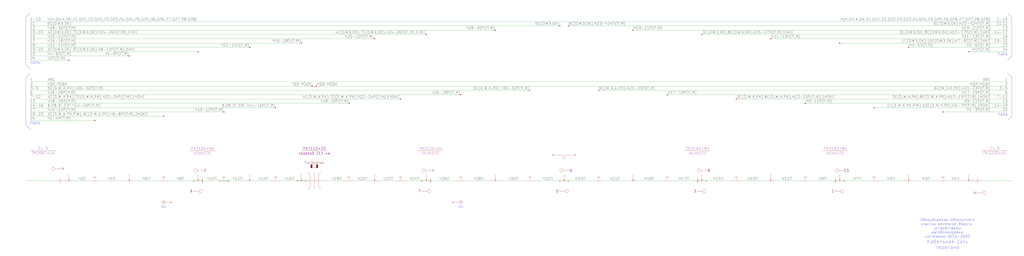
<source format=kicad_sch>
(kicad_sch (version 20231120) (generator "eeschema") (generator_version "8.0")
  (paper "User" 1189 297)
  (title_block (company "МКТ АТ-351") (comment 1 "КП 27.02.03.03.000 ГЧ") (comment 2 "Сафранович") (comment 3 "Бузунова"))
  (lib_symbols
    (symbol "SCB:Генератор_Нитки"
      (symbol "Генератор_Нитки_0_1"
        (polyline (pts (xy 0 0) (xy -0.5 -2)))
        (polyline (pts (xy 0 0) (xy 0 -7.5)))
        (polyline (pts (xy 0 0) (xy 0.5 -2)))
        (polyline (pts (xy 5 0) (xy -5 0)))
      )
      (symbol "Генератор_Нитки_1_1"
        (pin unspecified line (at -5 0 0) (length 0) (name "") (number ""))
        (pin unspecified line (at 5 0 180) (length 0) (name "") (number ""))
      )
    )
    (symbol "SCB:Деление_перегона"
      (symbol "Деление_перегона_0_1"
        (polyline (pts (xy -14 5) (xy -12 4.5)))
        (polyline (pts (xy -14 5) (xy -12 5.5)))
        (polyline (pts (xy 14 5) (xy 12 4.5)))
        (polyline (pts (xy 14 5) (xy 12 5.5)))
        (polyline (pts (xy -1 0) (xy -1 5) (xy -14 5)))
        (polyline (pts (xy 1 0) (xy 1 5) (xy 14 5)))
      )
    )
    (symbol "SCB:Изостык" (pin_numbers hide) (pin_names (offset 0) hide)
      (symbol "Изостык_0_1"
        (polyline (pts (xy -1 -2) (xy 1 -2)))
        (polyline (pts (xy 0 -2) (xy 0 2)))
        (polyline (pts (xy 1 2) (xy -1 2)))
      )
      (symbol "Изостык_1_1"
        (unit_name "Одиночный")
        (pin unspecified line (at 0 0 90) (length 0) (name "привязка") (number ""))
      )
      (symbol "Изостык_2_1"
        (unit_name "Со светофором")
        (polyline (pts (xy -5 0) (xy 5 0)))
        (pin passive line (at 0 2 270) (length 0) (name "") (number ""))
        (pin unspecified line (at 5 0 180) (length 0) (name "") (number ""))
        (pin unspecified line (at -5 0 0) (length 0) (name "привязка") (number ""))
      )
    )
    (symbol "SCB:Муфта_Нитки"
      (symbol "Муфта_Нитки_1_1"
        (unit_name "Граница")
        (circle (center 0 0) (radius 0.5) (fill (type outline)))
        (pin bidirectional line (at 0.5 0 180) (length 0) (name "") (number ""))
      )
      (symbol "Муфта_Нитки_2_1"
        (unit_name "Вывод")
        (circle (center -2.5 0) (radius 0.5) (fill (type outline)))
        (polyline (pts (xy -2.5 0) (xy 2.5 0)))
        (polyline (pts (xy 0 0) (xy 0 -2)))
        (circle (center 2.5 0) (radius 0.5) (fill (type outline)))
        (pin bidirectional line (at -3 0 0) (length 0) (name "") (number ""))
        (pin bidirectional line (at 3 0 180) (length 0) (name "") (number ""))
      )
    )
    (symbol "SCB:Переезд_Нитки"
      (property "Объект" "переезд ? км" (at 0 32 0))
      (property "Пикет" "ПК0000+00" (at 0 37.5 0))
      (symbol "Переезд_Нитки_0_1"
        (rectangle (start -4 19) (end 4 15))
        (polyline (pts (xy 0 10) (xy 0 -10)))
      )
      (symbol "Переезд_Нитки_1_1"
        (unit_name "Граница")
        (rectangle (start -4 19) (end -2.5 15) (fill (type outline)))
        (polyline (pts (xy -15 35) (xy 15 35)))
        (polyline (pts (xy 10 0) (xy -10 0)))
        (polyline (pts (xy -7.5 -10) (xy -5 -7.5) (xy -5 7.5) (xy -7.5 10)))
        (polyline (pts (xy 7.5 -10) (xy 5 -7.5) (xy 5 7.5) (xy 7.5 10)))
        (rectangle (start 2.5 19) (end 4 15) (fill (type outline)))
        (text "Р.Ш.ПЕРЕЕЗДА" (at 0 21 0) (effects (font (size 2 2))))
        (pin unspecified line (at -10 0 0) (length 0) (name "") (number ""))
        (pin unspecified line (at 10 0 180) (length 0) (name "") (number ""))
      )
    )
    (symbol "SCB:Пикет"
      (property "Пикет" "ПК0000+00" (at 0 2.5 0))
      (property "Объект" "Ч" (at 0 -3 0))
      (symbol "Пикет_0_1"
        (polyline (pts (xy -15 0) (xy 15 0)))
      )
    )
    (symbol "SCB:Приближение"
      (property "Направление" "Н" (at 0 0 0))
      (symbol "Приближение_0_1"
        (polyline (pts (xy 2 0) (xy 10 0)))
        (polyline (pts (xy 10 0) (xy 8 -0.5)))
        (polyline (pts (xy 10 0) (xy 8 0.5)))
        (circle (center 0 0) (radius 2))
      )
    )
    (symbol "SCB:Приемник_Нитки"
      (symbol "Приемник_Нитки_0_1"
        (polyline (pts (xy -5 0) (xy 5 0)))
        (polyline (pts (xy 0 -1.5) (xy 0 -6.5)))
        (polyline (pts (xy 2.5 -4) (xy -2.5 -4)))
      )
      (symbol "Приемник_Нитки_1_1"
        (pin unspecified line (at -5 0 0) (length 0) (name "") (number ""))
        (pin unspecified line (at 5 0 180) (length 0) (name "") (number ""))
      )
    )
    (symbol "SCB:Светофор" (pin_numbers hide) (pin_names (offset 0) hide)
      (property "Литера" "?" (at 3 12 0))
      (symbol "Светофор_0_1"
        (circle (center -8 12) (radius 2))
        (polyline (pts (xy 0 11) (xy 0 13)))
        (polyline (pts (xy 0 12) (xy -6 12)))
      )
      (symbol "Светофор_1_1"
        (pin unspecified line (at 0 0 90) (length 0) (name "привязка") (number ""))
      )
    )
    (symbol "SCB:УКСПС" (pin_numbers hide) (pin_names (offset 0) hide)
      (property "Литера" "?УКСПС" (at 0 6 0))
      (symbol "УКСПС_0_1"
        (polyline (pts (xy 0 -2) (xy 0 2)))
      )
      (symbol "УКСПС_1_1"
        (unit_name "Без направления")
        (circle (center 0 -2) (radius 0.25) (fill (type outline)))
        (circle (center 0 2) (radius 0.25) (fill (type outline)))
        (pin unspecified line (at 0 0 90) (length 0) (name "привязка") (number ""))
      )
      (symbol "УКСПС_2_1"
        (unit_name "С направлением")
        (circle (center 0 -2) (radius 0.25) (fill (type outline)))
        (polyline (pts (xy -1.5 2.5) (xy -5.5 2.5)))
        (polyline (pts (xy -5.5 2.5) (xy -4 3) (xy -4 2) (xy -5.5 2.5)) (fill (type outline)))
        (circle (center 0 2) (radius 0.25) (fill (type outline)))
        (pin unspecified line (at 0 0 90) (length 0) (name "привязка") (number ""))
      )
    )
  )
  (junction (at 235 210))
  (junction (at 650 210))
  (junction (at 500 210))
  (junction (at 345 210))
  (junction (at 362 100))
  (junction (at 980 210))
  (junction (at 970 210))
  (junction (at 255 210))
  (junction (at 490 210))
  (junction (at 265 210))
  (junction (at 225 210))
  (junction (at 810 210))
  (junction (at 355 210))
  (junction (at 820 210))
  (junction (at 660 210))
  (wire (pts (xy 970 210) (xy 940 210)))
  (polyline (pts (xy 30 145) (xy 30 90)))
  (wire (pts (xy 149.5 65) (xy 35 65)))
  (wire (pts (xy 295 210) (xy 315 210)))
  (wire (pts (xy 1170 50) (xy 975.5 50)))
  (wire (pts (xy 35 30) (xy 649.5 30)))
  (polyline (pts (xy 1170 15) (xy 1175 20)))
  (wire (pts (xy 35 100) (xy 362 100)))
  (wire (pts (xy 735.5 35) (xy 1170 35)))
  (polyline (pts (xy 1170 85) (xy 1175 90)))
  (wire (pts (xy 35 35) (xy 574.5 35)))
  (polyline (pts (xy 1170 140) (xy 1175 135)))
  (wire (pts (xy 35 45) (xy 434.5 45)))
  (wire (pts (xy 35 40) (xy 494.5 40)))
  (polyline (pts (xy 1170 70) (xy 1175 65)))
  (wire (pts (xy 890 210) (xy 860 210)))
  (polyline (pts (xy 1175 65) (xy 1175 20)))
  (wire (pts (xy 35 55) (xy 289.5 55)))
  (wire (pts (xy 1010 210) (xy 980 210)))
  (wire (pts (xy 35 50) (xy 349.5 50)))
  (wire (pts (xy 1125.5 60) (xy 1170 60)))
  (polyline (pts (xy 1175 135) (xy 1175 90)))
  (wire (pts (xy 345 210) (xy 355 210)))
  (wire (pts (xy 1090 210) (xy 1060 210)))
  (polyline (pts (xy 30 20) (xy 35 15)))
  (wire (pts (xy 79.5 70) (xy 35 70)))
  (wire (pts (xy 500 210) (xy 530 210)))
  (wire (pts (xy 35 140) (xy 109.5 140)))
  (wire (pts (xy 325 210) (xy 345 210)))
  (polyline (pts (xy 35 150) (xy 30 145)))
  (wire (pts (xy 730 210) (xy 700 210)))
  (wire (pts (xy 775.5 110) (xy 1170 110)))
  (wire (pts (xy 368 100) (xy 1170 100)))
  (wire (pts (xy 1140 210) (xy 1175 210)))
  (wire (pts (xy 1120 210) (xy 1100 210)))
  (wire (pts (xy 375 210) (xy 400 210)))
  (wire (pts (xy 1095.5 130) (xy 1170 130)))
  (wire (pts (xy 695.5 105) (xy 1170 105)))
  (wire (pts (xy 255 210) (xy 265 210)))
  (wire (pts (xy 930 210) (xy 900 210)))
  (wire (pts (xy 235 210) (xy 255 210)))
  (wire (pts (xy 35 110) (xy 534.5 110)))
  (wire (pts (xy 540 210) (xy 570 210)))
  (wire (pts (xy 35 135) (xy 189.5 135)))
  (wire (pts (xy 155 210) (xy 185 210)))
  (wire (pts (xy 85 210) (xy 105 210)))
  (wire (pts (xy 580 210) (xy 610 210)))
  (wire (pts (xy 35 60) (xy 229.5 60)))
  (wire (pts (xy 35 120) (xy 405 120)))
  (wire (pts (xy 35 130) (xy 259.5 130)))
  (wire (pts (xy 30 210) (xy 65 210)))
  (wire (pts (xy 660.5 30) (xy 1170 30)))
  (wire (pts (xy 815.5 40) (xy 1170 40)))
  (wire (pts (xy 115 210) (xy 145 210)))
  (wire (pts (xy 770 210) (xy 740 210)))
  (wire (pts (xy 620 210) (xy 650 210)))
  (wire (pts (xy 35 105) (xy 614.5 105)))
  (wire (pts (xy 1055.5 55) (xy 1170 55)))
  (wire (pts (xy 1050 210) (xy 1020 210)))
  (wire (pts (xy 1015.5 125) (xy 1170 125)))
  (wire (pts (xy 464.5 115) (xy 35 115)))
  (wire (pts (xy 850 210) (xy 820 210)))
  (wire (pts (xy 935.5 120) (xy 1170 120)))
  (wire (pts (xy 362 100) (xy 362.5 100)))
  (wire (pts (xy 35 95) (xy 1170 95)))
  (wire (pts (xy 690 210) (xy 660 210)))
  (wire (pts (xy 440 210) (xy 460 210)))
  (wire (pts (xy 855.5 115) (xy 1170 115)))
  (wire (pts (xy 195 210) (xy 225 210)))
  (polyline (pts (xy 35 80) (xy 30 75)))
  (wire (pts (xy 265 210) (xy 285 210)))
  (wire (pts (xy 410 210) (xy 430 210)))
  (wire (pts (xy 470 210) (xy 490 210)))
  (polyline (pts (xy 30 90) (xy 35 85)))
  (wire (pts (xy 35 125) (xy 319.5 125)))
  (polyline (pts (xy 30 75) (xy 30 20)))
  (wire (pts (xy 35 25) (xy 1170 25)))
  (wire (pts (xy 895.5 45) (xy 1170 45)))
  (wire (pts (xy 810 210) (xy 780 210)))
  (text "211" (at 187 241.5 0) (effects (font (size 2 2)) (justify left bottom)))
  (text "ПАРА" (at 35 145 0) (effects (font (size 3 3)) (justify left bottom)))
  (text "Кабельная сеть\nперегона" (at 1100 284 0) (effects (font (size 4 4))))
  (text "ПАРА" (at 1170 65 0) (effects (font (size 3 3)) (justify right bottom)))
  (text "ПАРА" (at 1170 135 0) (effects (font (size 3 3)) (justify right bottom)))
  (text "Оборудование однопутного\nучастка железной дороги \nустройствами\nавтоблокировки\nсистемами АБТЦ-2003" (at 1100 265 0) (effects (font (size 3 3))))
  (text "ПАРА" (at 35 75 0) (effects (font (size 3 3)) (justify left bottom)))
  (text "211" (at 532 241.5 0) (effects (font (size 2 2)) (justify left bottom)))
  (label "18" (at 1170 45 180) (effects (font (size 3 3))))
  (label "5С(ОЖЗ,ОК)" (at 649.5 30 180) (effects (font (size 3 3))))
  (label "Н11-13П(П,М)" (at 1150 45 180) (effects (font (size 3 3))) (property "Netclass" "Кабель" (effects (hide yes))))
  (label "18" (at 35 55 0) (effects (font (size 3 3))))
  (label "Н23П" (at 680 210 180) (effects (font (size 3 3))) (property "Netclass" "Рельсы" (effects (hide yes))))
  (label "Ч8П" (at 205 210 0) (effects (font (size 3 3))) (property "Netclass" "Рельсы" (effects (hide yes))))
  (label "3С(ОЖЗ,ОК),8С(ОЖЗ,ОК),Н15-17П(П,М),1НКС" (at 1150 40 180) (effects (font (size 3 3))) (property "Netclass" "Кабель" (effects (hide yes))))
  (label "Ч28-30П(П,М)" (at 55 35 0) (effects (font (size 3 3))) (property "Netclass" "Кабель" (effects (hide yes))))
  (label "Ч2-4Р(П,М)" (at 55 140 0) (effects (font (size 3 3))) (property "Netclass" "Кабель" (effects (hide yes))))
  (label "ЧДК,ЧОДК" (at 55 100 0) (effects (font (size 3 3))) (property "Netclass" "Линейная цепь" (effects (hide yes))))
  (label "6С(ОЖЗ,ОК),Н23-Ч24П(П,М)" (at 1150 30 180) (effects (font (size 3 3))) (property "Netclass" "Кабель" (effects (hide yes))))
  (label "24" (at 1170 60 180) (effects (font (size 3 3))))
  (label "1-10" (at 1170 25 180) (effects (font (size 3 3))))
  (label "24" (at 35 140 0) (effects (font (size 3 3))))
  (label "АВС" (at 55 95 0) (effects (font (size 3 3))) (property "Netclass" "Линейная цепь" (effects (hide yes))))
  (label "24" (at 35 70 0) (effects (font (size 3 3))))
  (label "Н3П" (at 1080 210 180) (effects (font (size 3 3))) (property "Netclass" "Рельсы" (effects (hide yes))))
  (label "АВС" (at 1150 95 180) (effects (font (size 3 3))))
  (label "14-19" (at 1170 125 180) (effects (font (size 3 3))))
  (label "Ч26-28Р(П,М)" (at 534.5 110 180) (effects (font (size 3 3))))
  (label "Ч2П" (at 91 210 0) (effects (font (size 3 3))) (property "Netclass" "Рельсы" (effects (hide yes))))
  (label "11,12" (at 1170 30 180) (effects (font (size 3 3))))
  (label "Н1П(П,М)" (at 1150 60 180) (effects (font (size 3 3))) (property "Netclass" "Кабель" (effects (hide yes))))
  (label "Н17П" (at 800 210 180) (effects (font (size 3 3))) (property "Netclass" "Рельсы" (effects (hide yes))))
  (label "5С(З,Ж,К,РК),Ч30-32Р(П,М)" (at 55 105 0) (effects (font (size 3 3))) (property "Netclass" "Кабель" (effects (hide yes))))
  (label " " (at 1175 210 180) (effects (font (size 3 3))) (property "Netclass" "Рельсы" (effects (hide yes))))
  (label "3С(3,Ж,К,РК),8С(3,Ж,К,РК),Н13-15Р(П,М),1НОКС" (at 1150 115 180) (effects (font (size 3 3))) (property "Netclass" "Кабель" (effects (hide yes))))
  (label "Н3-5П(П,М)" (at 1150 55 180) (effects (font (size 3 3))) (property "Netclass" "Кабель" (effects (hide yes))))
  (label "6С(Ж,З,К,РК),Н21-23Р(П,М)" (at 1150 105 180) (effects (font (size 3 3))) (property "Netclass" "Кабель" (effects (hide yes))))
  (label "Н1П" (at 1114 210 180) (effects (font (size 3 3))) (property "Netclass" "Рельсы" (effects (hide yes))))
  (label "Ч16-18П(П,М)" (at 349.5 50 180) (effects (font (size 3 3))))
  (label "Ч10-12Р(П,М)" (at 259.5 130 180) (effects (font (size 3 3))))
  (label "16" (at 35 45 0) (effects (font (size 3 3))))
  (label "17" (at 35 130 0) (effects (font (size 3 3))))
  (label "23" (at 35 65 0) (effects (font (size 3 3))))
  (label "5С(З,Ж,К,РК),Ч30-32Р(П,М)" (at 614.5 105 180) (effects (font (size 3 3))))
  (label "Ч6П" (at 165.5 210 0) (effects (font (size 3 3))) (property "Netclass" "Рельсы" (effects (hide yes))))
  (label "Н11-13П(П,М)" (at 895.5 45 0) (effects (font (size 3 3))))
  (label "13" (at 35 120 0) (effects (font (size 3 3))))
  (label "13" (at 1170 35 180) (effects (font (size 3 3))))
  (label "Ч18-20Р(П,М)" (at 405 120 180) (effects (font (size 3 3))))
  (label "Н11П" (at 920 210 180) (effects (font (size 3 3))) (property "Netclass" "Рельсы" (effects (hide yes))))
  (label "1" (at 1170 95 180) (effects (font (size 3 3))))
  (label "Ч14П" (at 300 210 0) (effects (font (size 3 3))) (property "Netclass" "Рельсы" (effects (hide yes))))
  (label "Ч18П" (at 385 210 0) (effects (font (size 3 3))) (property "Netclass" "Рельсы" (effects (hide yes))))
  (label "Ч4-6П(П,М)" (at 149.5 65 180) (effects (font (size 3 3))))
  (label "7-12" (at 35 115 0) (effects (font (size 3 3))))
  (label "Ч20П" (at 415 210 0) (effects (font (size 3 3))) (property "Netclass" "Рельсы" (effects (hide yes))))
  (label "12" (at 35 35 0) (effects (font (size 3 3))))
  (label "Н19-21П(П,М)" (at 735.5 35 0) (effects (font (size 3 3))))
  (label "Н19П" (at 760 210 180) (effects (font (size 3 3))) (property "Netclass" "Рельсы" (effects (hide yes))))
  (label "Ч12П" (at 270 210 0) (effects (font (size 3 3))) (property "Netclass" "Рельсы" (effects (hide yes))))
  (label "13-15" (at 35 40 0) (effects (font (size 3 3))))
  (label "18-23" (at 35 135 0) (effects (font (size 3 3))))
  (label "1-10" (at 35 25 0) (effects (font (size 3 3))))
  (label "3С(3,Ж,К,РК),8С(3,Ж,К,РК),Н13-15Р(П,М),1НОКС" (at 855.5 115 0) (effects (font (size 3 3))))
  (label "3С(ОЖЗ,ОК),8С(ОЖЗ,ОК),Н15-17П(П,М),1НКС" (at 815.5 40 0) (effects (font (size 3 3))))
  (label "В,ОВ,ЗГ,ОЗГ,Ч14-16Р(П,М)" (at 319.5 125 180) (effects (font (size 3 3))))
  (label "1С(З,Ж,К,РК,РЖ),10С(З,Ж,К,РК),Н5-7Р(П,М),2НОКС" (at 1150 125 180) (effects (font (size 3 3))) (property "Netclass" "Кабель" (effects (hide yes))))
  (label "19-22" (at 1170 50 180) (effects (font (size 3 3))))
  (label "Н17-19Р(П,М)" (at 1150 110 180) (effects (font (size 3 3))) (property "Netclass" "Кабель" (effects (hide yes))))
  (label "Ч2П(П,М)" (at 55 70 0) (effects (font (size 3 3))) (property "Netclass" "Кабель" (effects (hide yes))))
  (label "13" (at 1170 120 180) (effects (font (size 3 3))))
  (label "11" (at 35 30 0) (effects (font (size 3 3))))
  (label "4С(3,Ж,К,РК),7С(3,Ж,К,РК),Ч22-24Р(П,М),1ЧОКС" (at 55 115 0) (effects (font (size 3 3))) (property "Netclass" "Кабель" (effects (hide yes))))
  (label "Н21П" (at 720 210 180) (effects (font (size 3 3))) (property "Netclass" "Рельсы" (effects (hide yes))))
  (label "Н3-5П(П,М)" (at 1055.5 55 0) (effects (font (size 3 3))))
  (label "3-5" (at 1170 105 180) (effects (font (size 3 3))))
  (label "Н19-21П(П,М)" (at 1150 35 180) (effects (font (size 3 3))) (property "Netclass" "Кабель" (effects (hide yes))))
  (label "Ч16П" (at 330 210 0) (effects (font (size 3 3))) (property "Netclass" "Рельсы" (effects (hide yes))))
  (label "Ч22П" (at 445 210 0) (effects (font (size 3 3))) (property "Netclass" "Рельсы" (effects (hide yes))))
  (label "1С(ОЖЗ,ОК),10С(ОЖЗ,ОК),Н7-9П(П,М),2НКС" (at 1150 50 180) (effects (font (size 3 3))) (property "Netclass" "Кабель" (effects (hide yes))))
  (label "4С(3,Ж,К,РК),7С(3,Ж,К,РК),Ч22-24Р(П,М),1ЧОКС" (at 464.5 115 180) (effects (font (size 3 3))))
  (label "Ч28-30П(П,М)" (at 574.5 35 180) (effects (font (size 3 3))))
  (label "Н7П" (at 1000 210 180) (effects (font (size 3 3))) (property "Netclass" "Рельсы" (effects (hide yes))))
  (label "НДК,НОДК" (at 368 100 0) (effects (font (size 3 3))) (property "Netclass" "Линейная цепь" (effects (hide yes))))
  (label "6С(ОЖЗ,ОК),Н23-Ч24П(П,М)" (at 660.5 30 0) (effects (font (size 3 3))))
  (label "Ч28П" (at 550 210 0) (effects (font (size 3 3))) (property "Netclass" "Рельсы" (effects (hide yes))))
  (label "Ч16-18П(П,М)" (at 55 50 0) (effects (font (size 3 3))) (property "Netclass" "Кабель" (effects (hide yes))))
  (label "Ч12-14П(П,М)" (at 289.5 55 180) (effects (font (size 3 3))))
  (label "2С(ОЖЗ,ОК),9С(ОЖЗ,ОК),Ч8-10П(П,М),2ЧКС" (at 55 60 0) (effects (font (size 3 3))) (property "Netclass" "Кабель" (effects (hide yes))))
  (label "3-5" (at 35 105 0) (effects (font (size 3 3))))
  (label "Ч26-28Р(П,М)" (at 55 110 0) (effects (font (size 3 3))) (property "Netclass" "Кабель" (effects (hide yes))))
  (label "Ч20-22П(П,М)" (at 55 45 0) (effects (font (size 3 3))) (property "Netclass" "Кабель" (effects (hide yes))))
  (label "6" (at 1170 110 180) (effects (font (size 3 3))))
  (label "ЧДК,ЧОДК" (at 362 100 180) (effects (font (size 3 3))))
  (label "Н17-19Р(П,М)" (at 775.5 110 0) (effects (font (size 3 3))))
  (label "20" (at 1170 130 180) (effects (font (size 3 3))))
  (label "Н9-11Р(П,М)" (at 1150 120 180) (effects (font (size 3 3))) (property "Netclass" "Кабель" (effects (hide yes))))
  (label "Ч26П" (at 510 210 0) (effects (font (size 3 3))) (property "Netclass" "Рельсы" (effects (hide yes))))
  (label "Ч(Н,ОН,К,ОК,Л1,ОЛ1,Л2,ОЛ2,Л3,ОЛ3,Л4,ОЛ4,Л5,ОЛ5,Л6,ОЛ6,Л7,ОЛ7,Л8,ОЛ8)" (at 55 25 0) (effects (font (size 3 3))) (property "Netclass" "Кабель" (effects (hide yes))))
  (label "Ч4П" (at 125 210 0) (effects (font (size 3 3))) (property "Netclass" "Рельсы" (effects (hide yes))))
  (label "7-12" (at 1170 115 180) (effects (font (size 3 3))))
  (label "Ч10П" (at 240 210 0) (effects (font (size 3 3))) (property "Netclass" "Рельсы" (effects (hide yes))))
  (label "14-17" (at 1170 40 180) (effects (font (size 3 3))))
  (label "23" (at 1170 55 180) (effects (font (size 3 3))))
  (label "Ч30П" (at 590 210 0) (effects (font (size 3 3))) (property "Netclass" "Рельсы" (effects (hide yes))))
  (label "НДК,НОДК" (at 1150 100 180) (effects (font (size 3 3))))
  (label "Н13П" (at 880 210 180) (effects (font (size 3 3))) (property "Netclass" "Рельсы" (effects (hide yes))))
  (label "Н15П" (at 840 210 180) (effects (font (size 3 3))) (property "Netclass" "Рельсы" (effects (hide yes))))
  (label "Н9П" (at 960 210 180) (effects (font (size 3 3))) (property "Netclass" "Рельсы" (effects (hide yes))))
  (label "4C(ОЖЗ,ОК),7С(ОЖЗ,ОК),Ч24-26П(П,М),1ЧКС" (at 55 40 0) (effects (font (size 3 3))) (property "Netclass" "Кабель" (effects (hide yes))))
  (label " " (at 30 210 0) (effects (font (size 3 3))) (property "Netclass" "Рельсы" (effects (hide yes))))
  (label "6" (at 35 110 0) (effects (font (size 3 3))))
  (label "Н(Н,ОН,К,ОК,Л1,ОЛ1,Л2,ОЛ2,Л3,ОЛ3,Л4,ОЛ4,Л5,ОЛ5,Л6,ОЛ6,Л7,ОЛ7,Л8,ОЛ8)" (at 1150 25 180) (effects (font (size 3 3))))
  (label "14-16" (at 35 125 0) (effects (font (size 3 3))))
  (label "2С(З,Ж,К,РК,РЖ),9С(З,Ж,К,РК),Ч6-8Р(П,М),2ЧОКС" (at 55 135 0) (effects (font (size 3 3))) (property "Netclass" "Кабель" (effects (hide yes))))
  (label "5С(ОЖЗ,ОК)" (at 55 30 0) (effects (font (size 3 3))) (property "Netclass" "Кабель" (effects (hide yes))))
  (label "Ч10-12Р(П,М)" (at 55 130 0) (effects (font (size 3 3))) (property "Netclass" "Кабель" (effects (hide yes))))
  (label "В,ОВ,ЗГ,ОЗГ,Ч14-16Р(П,М)" (at 55 125 0) (effects (font (size 3 3))) (property "Netclass" "Кабель" (effects (hide yes))))
  (label "Ч24П" (at 475 210 0) (effects (font (size 3 3))) (property "Netclass" "Рельсы" (effects (hide yes))))
  (label "17" (at 35 50 0) (effects (font (size 3 3))))
  (label "19-22" (at 35 60 0) (effects (font (size 3 3))))
  (label "Н9-11Р(П,М)" (at 935.5 120 0) (effects (font (size 3 3))))
  (label "2" (at 35 100 0) (effects (font (size 3 3))))
  (label "Ч20-22П(П,М)" (at 434 45 180) (effects (font (size 3 3))))
  (label "1" (at 35 95 0) (effects (font (size 3 3))))
  (label "Н5П" (at 1039.5 210 180) (effects (font (size 3 3))) (property "Netclass" "Рельсы" (effects (hide yes))))
  (label "Ч32П" (at 630 210 0) (effects (font (size 3 3))) (property "Netclass" "Рельсы" (effects (hide yes))))
  (label "Н1-3Р(П,М)" (at 1150 130 180) (effects (font (size 3 3))) (property "Netclass" "Кабель" (effects (hide yes))))
  (label "2" (at 1170 100 180) (effects (font (size 3 3))))
  (label "4C(ОЖЗ,ОК),7С(ОЖЗ,ОК),Ч24-26П(П,М),1ЧКС" (at 494.5 40 180) (effects (font (size 3 3))))
  (label "6С(Ж,З,К,РК),Н21-23Р(П,М)" (at 695.5 105 0) (effects (font (size 3 3))))
  (label "Ч4-6П(П,М)" (at 55 65 0) (effects (font (size 3 3))) (property "Netclass" "Кабель" (effects (hide yes))))
  (label "Ч12-14П(П,М)" (at 55 55 0) (effects (font (size 3 3))) (property "Netclass" "Кабель" (effects (hide yes))))
  (label "Ч18-20Р(П,М)" (at 55 120 0) (effects (font (size 3 3))) (property "Netclass" "Кабель" (effects (hide yes))))
  (symbol (lib_id "SCB:Муфта_Нитки") (at 190 135 0) (mirror y) (unit 1)
    (property "Reference" "К112" (effects (hide yes)))
  )
  (symbol (lib_id "SCB:Муфта_Нитки") (at 735 35 0) (unit 1)
    (property "Reference" "К1111" (effects (hide yes)))
  )
  (symbol (lib_id "SCB:Муфта_Нитки") (at 405.5 120 0) (mirror y) (unit 1)
    (property "Reference" "К111" (effects (hide yes)))
  )
  (symbol (lib_id "SCB:Светофор") (at 235 210 0) (unit 1)
    (property "Reference" "Светофор1" (effects (hide yes)))
    (property "Литера" "2" (at 238 198 0) (effects (font (size 3 3))))
  )
  (symbol (lib_id "SCB:Генератор_Нитки") (at 495 210 180) (unit 1)
    (property "Reference" "Генератор111111" (effects (hide yes)))
    (property "Value" "~" (at 495 210 0))
  )
  (symbol (lib_id "SCB:Генератор_Нитки") (at 150 210 180) (unit 1)
    (property "Reference" "Генератор11111" (effects (hide yes)))
    (property "Value" "~" (at 150 210 0))
  )
  (symbol (lib_id "SCB:Светофор") (at 70 208 0) (unit 1)
    (property "Reference" "Светофор1" (effects (hide yes)))
    (property "Литера" "Ч" (at 73 196 0) (effects (font (size 3 3))))
  )
  (symbol (lib_id "SCB:Генератор_Нитки") (at 1055 210 180) (unit 1)
    (property "Reference" "Генератор111111" (effects (hide yes)))
    (property "Value" "~" (at 1055 210 0))
  )
  (symbol (lib_id "SCB:Муфта_Нитки") (at 895 45 0) (unit 1)
    (property "Reference" "К112" (effects (hide yes)))
  )
  (symbol (lib_id "SCB:Светофор") (at 810 210 180) (unit 1)
    (property "Reference" "Светофор111" (effects (hide yes)))
    (property "Литера" "3" (at 807 222 0) (effects (font (size 3 3))))
  )
  (symbol (lib_id "SCB:Приемник_Нитки") (at 110 210 180) (unit 1)
    (property "Reference" "Приемник111" (effects (hide yes)))
    (property "Value" "~" (at 110 210 0))
  )
  (symbol (lib_id "SCB:Муфта_Нитки") (at 1095 130 0) (unit 1)
    (property "Reference" "К1" (effects (hide yes)))
  )
  (symbol (lib_id "SCB:Муфта_Нитки") (at 615 105 0) (mirror y) (unit 1)
    (property "Reference" "К1111" (effects (hide yes)))
  )
  (symbol (lib_id "SCB:Изостык") (at 1135 210 180) (unit 2)
    (property "Reference" "И11" (effects (hide yes)))
    (property "Value" "~" (at 1135 210 0))
  )
  (symbol (lib_id "SCB:Муфта_Нитки") (at 465 115 0) (mirror y) (unit 1)
    (property "Reference" "К11211" (effects (hide yes)))
  )
  (symbol (lib_id "SCB:Муфта_Нитки") (at 975 50 0) (unit 1)
    (property "Reference" "К113111" (effects (hide yes)))
  )
  (symbol (lib_id "SCB:Муфта_Нитки") (at 230 60 0) (mirror y) (unit 1)
    (property "Reference" "К1131" (effects (hide yes)))
  )
  (symbol (lib_id "SCB:Пикет") (at 970 175 0) (unit 1)
    (property "Reference" "ПК1" (effects (hide yes)))
    (property "Пикет" "ПК2162+84" (at 970 172.5 0) (effects (font (size 3 3))))
    (property "Объект" "Н2УКСПС" (at 970 178 0) (effects (font (size 3 3))))
  )
  (symbol (lib_id "SCB:Генератор_Нитки") (at 975 210 180) (unit 1)
    (property "Reference" "Генератор111111" (effects (hide yes)))
    (property "Value" "~" (at 975 210 0))
  )
  (symbol (lib_id "SCB:Приближение") (at 535 235 180) (unit 1)
    (property "Reference" "П11" (effects (hide yes)))
    (property "Value" "~" (at 535 235 0))
    (property "Направление" "Ч" (at 535 235 0) (effects (font (size 2 2))))
  )
  (symbol (lib_id "SCB:Генератор_Нитки") (at 435 210 180) (unit 1)
    (property "Reference" "Генератор1111111" (effects (hide yes)))
    (property "Value" "~" (at 435 210 0))
  )
  (symbol (lib_id "SCB:Приемник_Нитки") (at 695 210 180) (unit 1)
    (property "Reference" "Приемник11111" (effects (hide yes)))
    (property "Value" "~" (at 695 210 0))
  )
  (symbol (lib_id "SCB:Генератор_Нитки") (at 815 210 180) (unit 1)
    (property "Reference" "Генератор111111" (effects (hide yes)))
    (property "Value" "~" (at 815 210 0))
  )
  (symbol (lib_id "SCB:Приемник_Нитки") (at 405 210 180) (unit 1)
    (property "Reference" "Приемник11111" (effects (hide yes)))
    (property "Value" "~" (at 405 210 0))
  )
  (symbol (lib_id "SCB:Приемник_Нитки") (at 535 210 180) (unit 1)
    (property "Reference" "Приемник11111" (effects (hide yes)))
    (property "Value" "~" (at 535 210 0))
  )
  (symbol (lib_id "SCB:УКСПС") (at 235 210 0) (unit 1)
    (property "Reference" "УКСПС1" (effects (hide yes)))
    (property "Литера" "?УКСПС" (effects (hide yes)))
  )
  (symbol (lib_id "SCB:Приемник_Нитки") (at 935 210 180) (unit 1)
    (property "Reference" "Приемник11111" (effects (hide yes)))
    (property "Value" "~" (at 935 210 0))
  )
  (symbol (lib_id "SCB:Светофор") (at 650 210 180) (unit 1)
    (property "Reference" "Светофор111" (effects (hide yes)))
    (property "Литера" "5" (at 647 222 0) (effects (font (size 3 3))))
  )
  (symbol (lib_id "SCB:УКСПС") (at 500 210 0) (unit 1)
    (property "Reference" "УКСПС1" (effects (hide yes)))
    (property "Литера" "?УКСПС" (effects (hide yes)))
  )
  (symbol (lib_id "SCB:Пикет") (at 500 175 0) (unit 1)
    (property "Reference" "ПК1" (effects (hide yes)))
    (property "Пикет" "ПК2125+04" (at 500 172.5 0) (effects (font (size 3 3))))
    (property "Объект" "Ч1УКСПС" (at 500 178 0) (effects (font (size 3 3))))
  )
  (symbol (lib_id "SCB:Генератор_Нитки") (at 655 210 180) (unit 1)
    (property "Reference" "Генератор111111" (effects (hide yes)))
    (property "Value" "~" (at 655 210 0))
  )
  (symbol (lib_id "SCB:Приемник_Нитки") (at 615 210 180) (unit 1)
    (property "Reference" "Приемник11111" (effects (hide yes)))
    (property "Value" "~" (at 615 210 0))
  )
  (symbol (lib_id "SCB:Приемник_Нитки") (at 1015 210 180) (unit 1)
    (property "Reference" "Приемник11111" (effects (hide yes)))
    (property "Value" "~" (at 1015 210 0))
  )
  (symbol (lib_id "SCB:Муфта_Нитки") (at 290 55 0) (mirror y) (unit 1)
    (property "Reference" "К1121" (effects (hide yes)))
  )
  (symbol (lib_id "SCB:Светофор") (at 660 210 0) (unit 1)
    (property "Reference" "Светофор111" (effects (hide yes)))
    (property "Литера" "6" (at 663 198 0) (effects (font (size 3 3))))
  )
  (symbol (lib_id "SCB:Муфта_Нитки") (at 535 110 0) (mirror y) (unit 1)
    (property "Reference" "К1111" (effects (hide yes)))
  )
  (symbol (lib_id "SCB:Генератор_Нитки") (at 350 210 180) (unit 1)
    (property "Reference" "Генератор111111" (effects (hide yes)))
    (property "Value" "~" (at 350 210 0))
  )
  (symbol (lib_id "SCB:Приемник_Нитки") (at 465 210 180) (unit 1)
    (property "Reference" "Приемник111111" (effects (hide yes)))
    (property "Value" "~" (at 465 210 0))
  )
  (symbol (lib_id "SCB:Генератор_Нитки") (at 230 210 180) (unit 1)
    (property "Reference" "Генератор11111" (effects (hide yes)))
    (property "Value" "~" (at 230 210 0))
  )
  (symbol (lib_id "SCB:Муфта_Нитки") (at 1125 60 0) (unit 1)
    (property "Reference" "К114" (effects (hide yes)))
  )
  (symbol (lib_id "SCB:Муфта_Нитки") (at 350 50 0) (mirror y) (unit 1)
    (property "Reference" "К11141" (effects (hide yes)))
  )
  (symbol (lib_id "SCB:Приемник_Нитки") (at 1095 210 180) (unit 1)
    (property "Reference" "Приемник11111" (effects (hide yes)))
    (property "Value" "~" (at 1095 210 0))
  )
  (symbol (lib_id "SCB:Светофор") (at 490 210 180) (unit 1)
    (property "Reference" "Светофор11" (effects (hide yes)))
    (property "Литера" "7" (at 487 222 0) (effects (font (size 3 3))))
  )
  (symbol (lib_id "SCB:Светофор") (at 970 210 180) (unit 1)
    (property "Reference" "Светофор12" (effects (hide yes)))
    (property "Литера" "1" (at 967 222 0) (effects (font (size 3 3))))
  )
  (symbol (lib_id "SCB:Приближение") (at 190 235 0) (mirror x) (unit 1)
    (property "Reference" "П11" (effects (hide yes)))
    (property "Value" "~" (at 190 235 0))
    (property "Направление" "Н" (at 190 235 0) (effects (font (size 2 2))))
  )
  (symbol (lib_id "SCB:Приемник_Нитки") (at 260 210 180) (unit 1)
    (property "Reference" "Приемник11111" (effects (hide yes)))
    (property "Value" "~" (at 260 210 0))
  )
  (symbol (lib_id "SCB:Муфта_Нитки") (at 1015 125 0) (unit 1)
    (property "Reference" "К11" (effects (hide yes)))
  )
  (symbol (lib_id "SCB:Приемник_Нитки") (at 775 210 180) (unit 1)
    (property "Reference" "Приемник11111" (effects (hide yes)))
    (property "Value" "~" (at 775 210 0))
  )
  (symbol (lib_id "SCB:Муфта_Нитки") (at 815 40 0) (unit 1)
    (property "Reference" "К1114111" (effects (hide yes)))
  )
  (symbol (lib_id "SCB:Муфта_Нитки") (at 935 120 0) (unit 1)
    (property "Reference" "К11" (effects (hide yes)))
  )
  (symbol (lib_id "SCB:Муфта_Нитки") (at 150 65 0) (mirror y) (unit 1)
    (property "Reference" "К1141" (effects (hide yes)))
  )
  (symbol (lib_id "SCB:Приемник_Нитки") (at 855 210 180) (unit 1)
    (property "Reference" "Приемник11111" (effects (hide yes)))
    (property "Value" "~" (at 855 210 0))
  )
  (symbol (lib_id "SCB:Светофор") (at 500 210 0) (unit 1)
    (property "Reference" "Светофор11" (effects (hide yes)))
    (property "Литера" "4" (at 503 198 0) (effects (font (size 3 3))))
  )
  (symbol (lib_id "SCB:Генератор_Нитки") (at 735 210 180) (unit 1)
    (property "Reference" "Генератор111111" (effects (hide yes)))
    (property "Value" "~" (at 735 210 0))
  )
  (symbol (lib_id "SCB:Изостык") (at 70 210 0) (unit 2)
    (property "Reference" "И1" (effects (hide yes)))
    (property "Value" "~" (at 70 210 0))
  )
  (symbol (lib_id "SCB:Светофор") (at 1135 212 180) (unit 1)
    (property "Reference" "Светофор11" (effects (hide yes)))
    (property "Литера" "Н" (at 1132 224 0) (effects (font (size 3 3))))
  )
  (symbol (lib_id "SCB:Светофор") (at 225 210 180) (unit 1)
    (property "Reference" "Светофор1" (effects (hide yes)))
    (property "Литера" "9" (at 222 222 0) (effects (font (size 3 3))))
  )
  (symbol (lib_id "SCB:Муфта_Нитки") (at 575 35 180) (unit 1)
    (property "Reference" "К1" (effects (hide yes)))
  )
  (symbol (lib_id "SCB:Переезд_Нитки") (at 365 210 0) (unit 1)
    (property "Reference" "П1" (effects (hide yes)))
    (property "Объект" "переезд 211 км" (at 365 178 0) (effects (font (size 3 3))))
    (property "Пикет" "ПК2112+22" (at 365 172.5 0) (effects (font (size 3 3))))
  )
  (symbol (lib_id "SCB:Светофор") (at 820 210 0) (unit 1)
    (property "Reference" "Светофор112" (effects (hide yes)))
    (property "Литера" "8" (at 823 198 0) (effects (font (size 3 3))))
  )
  (symbol (lib_id "SCB:УКСПС") (at 810 210 0) (unit 1)
    (property "Reference" "УКСПС1" (effects (hide yes)))
    (property "Литера" "?УКСПС" (effects (hide yes)))
  )
  (symbol (lib_id "SCB:Муфта_Нитки") (at 1055 55 0) (unit 1)
    (property "Reference" "К113" (effects (hide yes)))
  )
  (symbol (lib_id "SCB:Генератор_Нитки") (at 575 210 180) (unit 1)
    (property "Reference" "Генератор111111" (effects (hide yes)))
    (property "Value" "~" (at 575 210 0))
  )
  (symbol (lib_id "SCB:Деление_перегона") (at 655 185 0) (unit 1)
    (property "Reference" "Н1" (effects (hide yes)))
    (property "Value" "~" (at 654 185 0))
  )
  (symbol (lib_id "SCB:Приемник_Нитки") (at 190 210 180) (unit 1)
    (property "Reference" "Приемник111" (effects (hide yes)))
    (property "Value" "~" (at 190 210 0))
  )
  (symbol (lib_id "SCB:Муфта_Нитки") (at 495 40 0) (mirror y) (unit 1)
    (property "Reference" "К11131" (effects (hide yes)))
  )
  (symbol (lib_id "SCB:Муфта_Нитки") (at 110 140 0) (mirror y) (unit 1)
    (property "Reference" "К11" (effects (hide yes)))
  )
  (symbol (lib_id "SCB:Приемник_Нитки") (at 320 210 180) (unit 1)
    (property "Reference" "Приемник111111" (effects (hide yes)))
    (property "Value" "~" (at 320 210 0))
  )
  (symbol (lib_id "SCB:Муфта_Нитки") (at 660 30 0) (unit 1)
    (property "Reference" "К1" (effects (hide yes)))
  )
  (symbol (lib_id "SCB:Муфта_Нитки") (at 80 70 0) (mirror y) (unit 1)
    (property "Reference" "К11411" (effects (hide yes)))
  )
  (symbol (lib_id "SCB:Муфта_Нитки") (at 260 130 0) (mirror y) (unit 1)
    (property "Reference" "К112" (effects (hide yes)))
  )
  (symbol (lib_id "SCB:Муфта_Нитки") (at 650 30 180) (unit 1)
    (property "Reference" "К11" (effects (hide yes)))
  )
  (symbol (lib_id "SCB:Генератор_Нитки") (at 895 210 180) (unit 1)
    (property "Reference" "Генератор111111" (effects (hide yes)))
    (property "Value" "~" (at 895 210 0))
  )
  (symbol (lib_id "SCB:Генератор_Нитки") (at 80 210 180) (unit 1)
    (property "Reference" "Генератор111" (effects (hide yes)))
    (property "Value" "~" (at 80 210 0))
  )
  (symbol (lib_id "SCB:Муфта_Нитки") (at 855 115 0) (unit 1)
    (property "Reference" "К11" (effects (hide yes)))
  )
  (symbol (lib_id "SCB:Генератор_Нитки") (at 1125 210 180) (unit 1)
    (property "Reference" "Генератор111111" (effects (hide yes)))
    (property "Value" "~" (at 1125 210 0))
  )
  (symbol (lib_id "SCB:УКСПС") (at 970 210 0) (unit 1)
    (property "Reference" "УКСПС1" (effects (hide yes)))
    (property "Литера" "?УКСПС" (effects (hide yes)))
  )
  (symbol (lib_id "SCB:Пикет") (at 50 175 180) (unit 1)
    (property "Reference" "ПК111" (effects (hide yes)))
    (property "Пикет" "ПК2067+14" (at 50 177.5 0) (effects (font (size 3 3))))
    (property "Объект" "Ст. А" (at 50 172 0) (effects (font (size 3 3))))
  )
  (symbol (lib_id "SCB:Пикет") (at 235 175 0) (unit 1)
    (property "Reference" "ПК1" (effects (hide yes)))
    (property "Пикет" "ПК2100+54" (at 235 172.5 0) (effects (font (size 3 3))))
    (property "Объект" "Ч2УКСПС" (at 235 178 0) (effects (font (size 3 3))))
  )
  (symbol (lib_id "SCB:Пикет") (at 810 175 0) (unit 1)
    (property "Reference" "ПК1" (effects (hide yes)))
    (property "Пикет" "ПК2162+84" (at 810 172.5 0) (effects (font (size 3 3))))
    (property "Объект" "Н1УКСПС" (at 810 178 0) (effects (font (size 3 3))))
  )
  (symbol (lib_id "SCB:Муфта_Нитки") (at 695 105 0) (unit 1)
    (property "Reference" "К111" (effects (hide yes)))
  )
  (symbol (lib_id "SCB:Муфта_Нитки") (at 775 110 0) (unit 1)
    (property "Reference" "К111" (effects (hide yes)))
  )
  (symbol (lib_id "SCB:Муфта_Нитки") (at 320 125 0) (mirror y) (unit 1)
    (property "Reference" "К1121" (effects (hide yes)))
  )
  (symbol (lib_id "SCB:Пикет") (at 1155 175 180) (unit 1)
    (property "Reference" "ПК1111" (effects (hide yes)))
    (property "Пикет" "ПК2220+14" (at 1155 177.5 0) (effects (font (size 3 3))))
    (property "Объект" "Ст. Б" (at 1155 172 0) (effects (font (size 3 3))))
  )
  (symbol (lib_id "SCB:Светофор") (at 980 210 0) (unit 1)
    (property "Reference" "Светофор13" (effects (hide yes)))
    (property "Литера" "10" (at 983 198 0) (effects (font (size 3 3))))
  )
  (symbol (lib_id "SCB:Генератор_Нитки") (at 290 210 180) (unit 1)
    (property "Reference" "Генератор1111111" (effects (hide yes)))
    (property "Value" "~" (at 290 210 0))
  )
  (symbol (lib_id "SCB:Муфта_Нитки") (at 365 100 0) (unit 2)
    (property "Reference" "К1" (effects (hide yes)))
  )
  (symbol (lib_id "SCB:Муфта_Нитки") (at 435 45 0) (mirror y) (unit 1)
    (property "Reference" "К113111" (effects (hide yes)))
  )
  (sheet (at 1190 260) (size 13 4) (stroke (width 0.1524))
    (property "Sheetname" "Кабельная_сеть_перегона" (at 1190 259.2884 0) (effects (justify left bottom)))
    (property "Sheetfile" "КС.kicad_sch" (at 1190 264.5846 0) (effects (justify left top)))
  )
)
</source>
